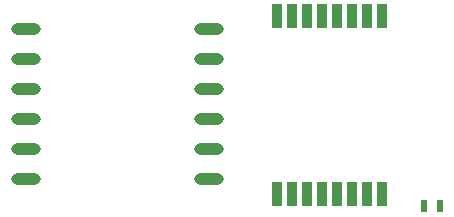
<source format=gtp>
G04 ================== begin FILE IDENTIFICATION RECORD ==================*
G04 Layout Name:  RC-TranponderV12.brd*
G04 Film Name:    Solderpaste_top*
G04 File Format:  Gerber RS274X*
G04 File Origin:  Cadence Allegro 17.2-S042*
G04 Origin Date:  Fri Apr 26 16:06:40 2019*
G04 *
G04 Layer:  PACKAGE GEOMETRY/PASTEMASK_TOP*
G04 Layer:  PIN/PASTEMASK_TOP*
G04 Layer:  VIA CLASS/PASTEMASK_TOP*
G04 *
G04 Offset:    (0.0000 0.0000)*
G04 Mirror:    No*
G04 Mode:      Positive*
G04 Rotation:  0*
G04 FullContactRelief:  No*
G04 UndefLineWidth:     0.1500*
G04 ================== end FILE IDENTIFICATION RECORD ====================*
%FSAX55Y55*MOMM*%
%IR0*IPPOS*OFA0.00000B0.00000*MIA0B0*SFA1.00000B1.00000*%
%ADD12R,.6X1.*%
%ADD11R,.9X2.*%
%ADD10O,2.5X1.*%
%LPD*%
G75*
G54D10*
X-0003575000Y0000310000D03*
X-0003575000Y0000564000D03*
X-0003575000Y0000818000D03*
X-0003575000Y0001072000D03*
X-0003575000Y0001326000D03*
X-0003575000Y0001580000D03*
X-0002025000Y0000310000D03*
X-0002025000Y0000818000D03*
X-0002025000Y0000564000D03*
X-0002025000Y0001072000D03*
X-0002025000Y0001580000D03*
X-0002025000Y0001326000D03*
G54D11*
X-0001319000Y0000185000D03*
X-0001446000Y0000185000D03*
X-0001446000Y0001685000D03*
X-0001319000Y0001685000D03*
X-0000938000Y0000185000D03*
X-0001065000Y0000185000D03*
X-0001192000Y0000185000D03*
X-0001192000Y0001685000D03*
X-0001065000Y0001685000D03*
X-0000938000Y0001685000D03*
X-0000684000Y0000185000D03*
X-0000811000Y0000185000D03*
X-0000811000Y0001685000D03*
X-0000684000Y0001685000D03*
X-0000557000Y0000185000D03*
X-0000557000Y0001685000D03*
G54D12*
X-0000065000Y0000080000D03*
X-0000205000Y0000080000D03*
M02*

</source>
